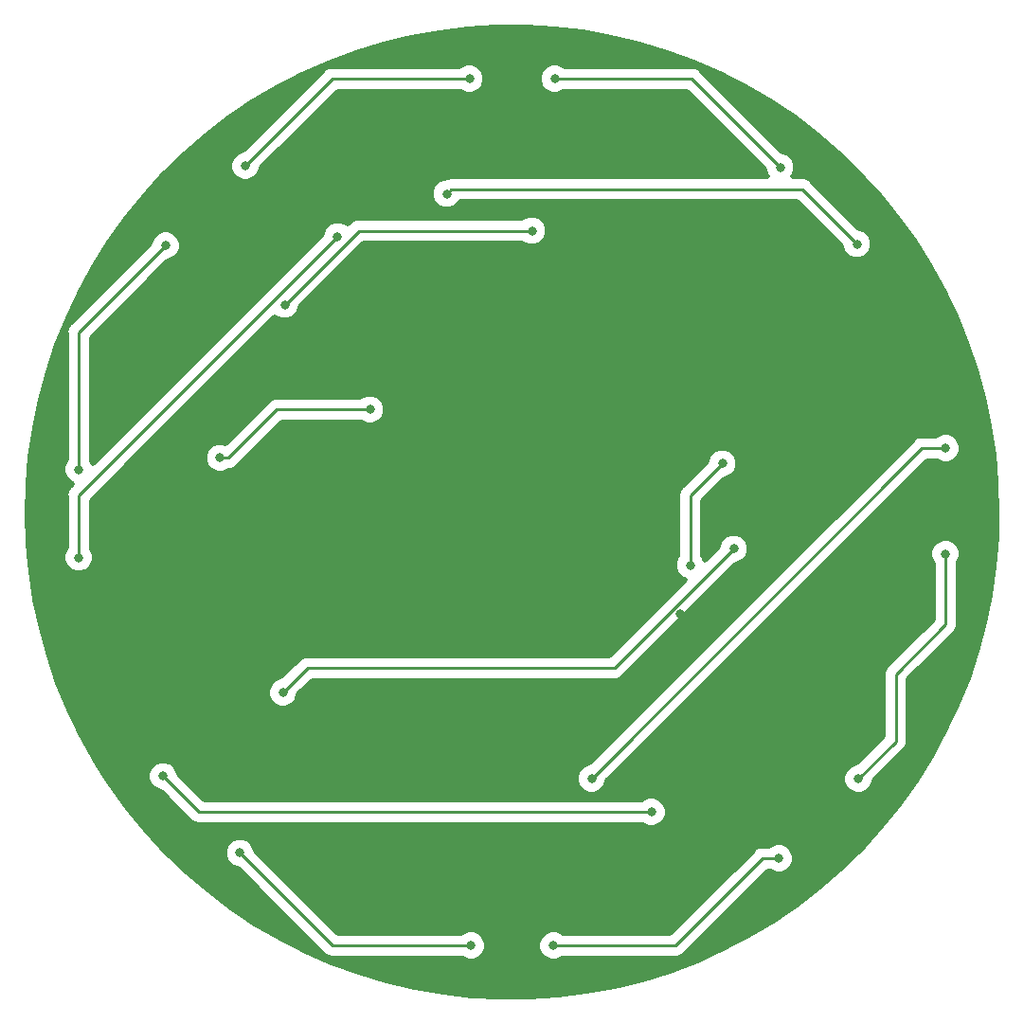
<source format=gbl>
G04 #@! TF.GenerationSoftware,KiCad,Pcbnew,(5.0.0)*
G04 #@! TF.CreationDate,2019-01-27T21:53:57-08:00*
G04 #@! TF.ProjectId,Lannister_coaster,4C616E6E69737465725F636F61737465,rev?*
G04 #@! TF.SameCoordinates,Original*
G04 #@! TF.FileFunction,Copper,L2,Bot,Signal*
G04 #@! TF.FilePolarity,Positive*
%FSLAX46Y46*%
G04 Gerber Fmt 4.6, Leading zero omitted, Abs format (unit mm)*
G04 Created by KiCad (PCBNEW (5.0.0)) date 01/27/19 21:53:57*
%MOMM*%
%LPD*%
G01*
G04 APERTURE LIST*
G04 #@! TA.AperFunction,ViaPad*
%ADD10C,0.800000*%
G04 #@! TD*
G04 #@! TA.AperFunction,Conductor*
%ADD11C,0.250000*%
G04 #@! TD*
G04 #@! TA.AperFunction,Conductor*
%ADD12C,0.508000*%
G04 #@! TD*
G04 APERTURE END LIST*
D10*
G04 #@! TO.N,GND*
X125958600Y-123977400D03*
X116332000Y-88773000D03*
X118186200Y-105841800D03*
X114477800Y-99974400D03*
X147396200Y-127558800D03*
X154754153Y-117009753D03*
X158369000Y-128752600D03*
X122605800Y-116001800D03*
X167030400Y-104038400D03*
G04 #@! TO.N,Net-(C4-Pad1)*
X113614200Y-103098600D03*
X127000000Y-98780600D03*
G04 #@! TO.N,Net-(D6-Pad2)*
X136017027Y-146685000D03*
X115378264Y-138416068D03*
G04 #@! TO.N,Net-(C3-Pad1)*
X155625800Y-112699800D03*
X158496000Y-103606600D03*
G04 #@! TO.N,Net-(C1-Pad1)*
X133858000Y-79502000D03*
X170522899Y-83985100D03*
G04 #@! TO.N,Net-(D7-Pad2)*
X143382973Y-146685000D03*
X163537918Y-138899928D03*
G04 #@! TO.N,+24V*
X159512000Y-111226600D03*
X119227600Y-124079000D03*
G04 #@! TO.N,Net-(D9-Pad2)*
X141478000Y-82804000D03*
X119380000Y-89408000D03*
G04 #@! TO.N,Net-(D4-Pad1)*
X108750100Y-84112100D03*
X100965000Y-104140000D03*
G04 #@! TO.N,Net-(D1-Pad1)*
X178435000Y-111706500D03*
X170649918Y-131787908D03*
G04 #@! TO.N,Net-(D2-Pad1)*
X163664901Y-77127100D03*
X143510021Y-69215000D03*
G04 #@! TO.N,Net-(D3-Pad1)*
X115862100Y-77000100D03*
X135889979Y-69214994D03*
G04 #@! TO.N,Net-(C8-Pad1)*
X178435000Y-102235000D03*
X146812000Y-131775200D03*
G04 #@! TO.N,Net-(C1-Pad2)*
X100964996Y-112013996D03*
X124113000Y-83312000D03*
G04 #@! TO.N,Net-(C8-Pad2)*
X152170000Y-134747000D03*
X108508800Y-131546600D03*
G04 #@! TD*
D11*
G04 #@! TO.N,GND*
X157969001Y-128352601D02*
X157969001Y-125431601D01*
X158369000Y-128752600D02*
X157969001Y-128352601D01*
G04 #@! TO.N,Net-(C4-Pad1)*
X114364200Y-103098600D02*
X118682200Y-98780600D01*
X113614200Y-103098600D02*
X114364200Y-103098600D01*
X118682200Y-98780600D02*
X127000000Y-98780600D01*
G04 #@! TO.N,Net-(D6-Pad2)*
X123647196Y-146685000D02*
X115378264Y-138416068D01*
X136017027Y-146685000D02*
X123647196Y-146685000D01*
G04 #@! TO.N,Net-(C3-Pad1)*
X155625800Y-112699800D02*
X155625800Y-106476800D01*
X155625800Y-106476800D02*
X158096001Y-104006599D01*
X158096001Y-104006599D02*
X158496000Y-103606600D01*
G04 #@! TO.N,Net-(C1-Pad1)*
X170122900Y-83585101D02*
X170522899Y-83985100D01*
X165639800Y-79102001D02*
X170122900Y-83585101D01*
X134257999Y-79102001D02*
X165639800Y-79102001D01*
X133858000Y-79502000D02*
X134257999Y-79102001D01*
G04 #@! TO.N,Net-(D7-Pad2)*
X154178000Y-146685000D02*
X143382973Y-146685000D01*
X154305000Y-146685000D02*
X154178000Y-146685000D01*
X163537918Y-138899928D02*
X162090072Y-138899928D01*
X162090072Y-138899928D02*
X154305000Y-146685000D01*
G04 #@! TO.N,+24V*
X121412000Y-121894600D02*
X119227600Y-124079000D01*
X159512000Y-111226600D02*
X148844000Y-121894600D01*
X148844000Y-121894600D02*
X121412000Y-121894600D01*
G04 #@! TO.N,Net-(D9-Pad2)*
X141478000Y-82804000D02*
X125984000Y-82804000D01*
X125984000Y-82804000D02*
X119380000Y-89408000D01*
G04 #@! TO.N,Net-(D4-Pad1)*
X100965000Y-91897200D02*
X108750100Y-84112100D01*
X100965000Y-104140000D02*
X100965000Y-91897200D01*
G04 #@! TO.N,Net-(D1-Pad1)*
X173990000Y-128447826D02*
X170649918Y-131787908D01*
X173990000Y-122428000D02*
X173990000Y-128447826D01*
X178435000Y-111706500D02*
X178435000Y-117983000D01*
X178435000Y-117983000D02*
X173990000Y-122428000D01*
G04 #@! TO.N,Net-(D2-Pad1)*
X155752801Y-69215000D02*
X163664901Y-77127100D01*
X143510021Y-69215000D02*
X155752801Y-69215000D01*
G04 #@! TO.N,Net-(D3-Pad1)*
X123647206Y-69214994D02*
X135889979Y-69214994D01*
X115862100Y-77000100D02*
X123647206Y-69214994D01*
G04 #@! TO.N,Net-(C8-Pad1)*
X178435000Y-102235000D02*
X176352200Y-102235000D01*
X176352200Y-102235000D02*
X146812000Y-131775200D01*
G04 #@! TO.N,Net-(C1-Pad2)*
X100964996Y-106460004D02*
X124113000Y-83312000D01*
X100964996Y-112013996D02*
X100964996Y-106460004D01*
G04 #@! TO.N,Net-(C8-Pad2)*
X111709200Y-134747000D02*
X152170000Y-134747000D01*
X108508800Y-131546600D02*
X111709200Y-134747000D01*
G04 #@! TD*
D12*
G04 #@! TO.N,GND*
G36*
X143476807Y-64780899D02*
X146030362Y-65080873D01*
X148561632Y-65531761D01*
X151061706Y-66131975D01*
X153521783Y-66879404D01*
X155933202Y-67771415D01*
X158287475Y-68804868D01*
X160576314Y-69976126D01*
X162791661Y-71281065D01*
X164925717Y-72715092D01*
X166970970Y-74273157D01*
X168920220Y-75949776D01*
X170766604Y-77739047D01*
X172503624Y-79634672D01*
X174125163Y-81629975D01*
X175625514Y-83717935D01*
X176999395Y-85891199D01*
X178241969Y-88142118D01*
X179348862Y-90462768D01*
X180316178Y-92844979D01*
X181140510Y-95280365D01*
X181818958Y-97760352D01*
X182349132Y-100276210D01*
X182729167Y-102819082D01*
X182957725Y-105380018D01*
X183034000Y-107950000D01*
X182974612Y-110217926D01*
X182763939Y-112780395D01*
X182401666Y-115325858D01*
X181889068Y-117845357D01*
X181227950Y-120330020D01*
X180420640Y-122771101D01*
X179469979Y-125160007D01*
X178379314Y-127488327D01*
X177152484Y-129747866D01*
X175793809Y-131930669D01*
X174308071Y-134029052D01*
X172700501Y-136035628D01*
X170976758Y-137943332D01*
X169142909Y-139745450D01*
X167205412Y-141435637D01*
X165171086Y-143007942D01*
X163047093Y-144456832D01*
X160840910Y-145777205D01*
X158560304Y-146964414D01*
X156213304Y-148014278D01*
X153808170Y-148923102D01*
X151353372Y-149687687D01*
X148857549Y-150305340D01*
X146329488Y-150773889D01*
X143778090Y-151091682D01*
X141212335Y-151257602D01*
X138641256Y-151271064D01*
X136073904Y-151132022D01*
X133519318Y-150840963D01*
X130986489Y-150398914D01*
X128484335Y-149807430D01*
X126021665Y-149068593D01*
X123607146Y-148185005D01*
X121249280Y-147159775D01*
X118956367Y-145996514D01*
X116736479Y-144699316D01*
X114597430Y-143272748D01*
X112546750Y-141721831D01*
X110591660Y-140052026D01*
X108739041Y-138269211D01*
X108614649Y-138134408D01*
X113962264Y-138134408D01*
X113962264Y-138697728D01*
X114177837Y-139218168D01*
X114576164Y-139616495D01*
X115096604Y-139832068D01*
X115180647Y-139832068D01*
X122760923Y-147412344D01*
X122824581Y-147507615D01*
X123202000Y-147759798D01*
X123647196Y-147848353D01*
X123759572Y-147826000D01*
X135155500Y-147826000D01*
X135214927Y-147885427D01*
X135735367Y-148101000D01*
X136298687Y-148101000D01*
X136819127Y-147885427D01*
X137217454Y-147487100D01*
X137433027Y-146966660D01*
X137433027Y-146403340D01*
X141966973Y-146403340D01*
X141966973Y-146966660D01*
X142182546Y-147487100D01*
X142580873Y-147885427D01*
X143101313Y-148101000D01*
X143664633Y-148101000D01*
X144185073Y-147885427D01*
X144244500Y-147826000D01*
X154192624Y-147826000D01*
X154305000Y-147848353D01*
X154417376Y-147826000D01*
X154750196Y-147759798D01*
X155127615Y-147507615D01*
X155191273Y-147412344D01*
X162562690Y-140040928D01*
X162676391Y-140040928D01*
X162735818Y-140100355D01*
X163256258Y-140315928D01*
X163819578Y-140315928D01*
X164340018Y-140100355D01*
X164738345Y-139702028D01*
X164953918Y-139181588D01*
X164953918Y-138618268D01*
X164738345Y-138097828D01*
X164340018Y-137699501D01*
X163819578Y-137483928D01*
X163256258Y-137483928D01*
X162735818Y-137699501D01*
X162676391Y-137758928D01*
X162202446Y-137758928D01*
X162090071Y-137736575D01*
X161977696Y-137758928D01*
X161644876Y-137825130D01*
X161267457Y-138077313D01*
X161203801Y-138172581D01*
X153832383Y-145544000D01*
X144244500Y-145544000D01*
X144185073Y-145484573D01*
X143664633Y-145269000D01*
X143101313Y-145269000D01*
X142580873Y-145484573D01*
X142182546Y-145882900D01*
X141966973Y-146403340D01*
X137433027Y-146403340D01*
X137217454Y-145882900D01*
X136819127Y-145484573D01*
X136298687Y-145269000D01*
X135735367Y-145269000D01*
X135214927Y-145484573D01*
X135155500Y-145544000D01*
X124119813Y-145544000D01*
X116794264Y-138218451D01*
X116794264Y-138134408D01*
X116578691Y-137613968D01*
X116180364Y-137215641D01*
X115659924Y-137000068D01*
X115096604Y-137000068D01*
X114576164Y-137215641D01*
X114177837Y-137613968D01*
X113962264Y-138134408D01*
X108614649Y-138134408D01*
X106995415Y-136379662D01*
X105366921Y-134390031D01*
X103859290Y-132307321D01*
X103195221Y-131264940D01*
X107092800Y-131264940D01*
X107092800Y-131828260D01*
X107308373Y-132348700D01*
X107706700Y-132747027D01*
X108227140Y-132962600D01*
X108311183Y-132962600D01*
X110822929Y-135474347D01*
X110886585Y-135569615D01*
X110981852Y-135633270D01*
X111264004Y-135821798D01*
X111709199Y-135910353D01*
X111821575Y-135888000D01*
X151308473Y-135888000D01*
X151367900Y-135947427D01*
X151888340Y-136163000D01*
X152451660Y-136163000D01*
X152972100Y-135947427D01*
X153370427Y-135549100D01*
X153586000Y-135028660D01*
X153586000Y-134465340D01*
X153370427Y-133944900D01*
X152972100Y-133546573D01*
X152451660Y-133331000D01*
X151888340Y-133331000D01*
X151367900Y-133546573D01*
X151308473Y-133606000D01*
X112181818Y-133606000D01*
X110069358Y-131493540D01*
X145396000Y-131493540D01*
X145396000Y-132056860D01*
X145611573Y-132577300D01*
X146009900Y-132975627D01*
X146530340Y-133191200D01*
X147093660Y-133191200D01*
X147614100Y-132975627D01*
X148012427Y-132577300D01*
X148228000Y-132056860D01*
X148228000Y-131972817D01*
X148694569Y-131506248D01*
X169233918Y-131506248D01*
X169233918Y-132069568D01*
X169449491Y-132590008D01*
X169847818Y-132988335D01*
X170368258Y-133203908D01*
X170931578Y-133203908D01*
X171452018Y-132988335D01*
X171850345Y-132590008D01*
X172065918Y-132069568D01*
X172065918Y-131985525D01*
X174717347Y-129334097D01*
X174812615Y-129270441D01*
X175064798Y-128893022D01*
X175131000Y-128560202D01*
X175153353Y-128447827D01*
X175131000Y-128335452D01*
X175131000Y-122900617D01*
X179162347Y-118869271D01*
X179257615Y-118805615D01*
X179509798Y-118428196D01*
X179576000Y-118095376D01*
X179598353Y-117983001D01*
X179576000Y-117870626D01*
X179576000Y-112568027D01*
X179635427Y-112508600D01*
X179851000Y-111988160D01*
X179851000Y-111424840D01*
X179635427Y-110904400D01*
X179237100Y-110506073D01*
X178716660Y-110290500D01*
X178153340Y-110290500D01*
X177632900Y-110506073D01*
X177234573Y-110904400D01*
X177019000Y-111424840D01*
X177019000Y-111988160D01*
X177234573Y-112508600D01*
X177294000Y-112568027D01*
X177294001Y-117510381D01*
X173262656Y-121541727D01*
X173167385Y-121605385D01*
X172974138Y-121894601D01*
X172915202Y-121982805D01*
X172826647Y-122428000D01*
X172849000Y-122540376D01*
X172849001Y-127975207D01*
X170452301Y-130371908D01*
X170368258Y-130371908D01*
X169847818Y-130587481D01*
X169449491Y-130985808D01*
X169233918Y-131506248D01*
X148694569Y-131506248D01*
X176824818Y-103376000D01*
X177573473Y-103376000D01*
X177632900Y-103435427D01*
X178153340Y-103651000D01*
X178716660Y-103651000D01*
X179237100Y-103435427D01*
X179635427Y-103037100D01*
X179851000Y-102516660D01*
X179851000Y-101953340D01*
X179635427Y-101432900D01*
X179237100Y-101034573D01*
X178716660Y-100819000D01*
X178153340Y-100819000D01*
X177632900Y-101034573D01*
X177573473Y-101094000D01*
X176464570Y-101094000D01*
X176352199Y-101071648D01*
X176239828Y-101094000D01*
X176239824Y-101094000D01*
X175907004Y-101160202D01*
X175529585Y-101412385D01*
X175465929Y-101507653D01*
X146614383Y-130359200D01*
X146530340Y-130359200D01*
X146009900Y-130574773D01*
X145611573Y-130973100D01*
X145396000Y-131493540D01*
X110069358Y-131493540D01*
X109924800Y-131348983D01*
X109924800Y-131264940D01*
X109709227Y-130744500D01*
X109310900Y-130346173D01*
X108790460Y-130130600D01*
X108227140Y-130130600D01*
X107706700Y-130346173D01*
X107308373Y-130744500D01*
X107092800Y-131264940D01*
X103195221Y-131264940D01*
X102477832Y-130138866D01*
X101227408Y-127892297D01*
X100112421Y-125575526D01*
X99383134Y-123797340D01*
X117811600Y-123797340D01*
X117811600Y-124360660D01*
X118027173Y-124881100D01*
X118425500Y-125279427D01*
X118945940Y-125495000D01*
X119509260Y-125495000D01*
X120029700Y-125279427D01*
X120428027Y-124881100D01*
X120643600Y-124360660D01*
X120643600Y-124276617D01*
X121884618Y-123035600D01*
X148731624Y-123035600D01*
X148844000Y-123057953D01*
X148956376Y-123035600D01*
X149289196Y-122969398D01*
X149666615Y-122717215D01*
X149730273Y-122621944D01*
X159709618Y-112642600D01*
X159793660Y-112642600D01*
X160314100Y-112427027D01*
X160712427Y-112028700D01*
X160928000Y-111508260D01*
X160928000Y-110944940D01*
X160712427Y-110424500D01*
X160314100Y-110026173D01*
X159793660Y-109810600D01*
X159230340Y-109810600D01*
X158709900Y-110026173D01*
X158311573Y-110424500D01*
X158096000Y-110944940D01*
X158096000Y-111028982D01*
X156943693Y-112181289D01*
X156826227Y-111897700D01*
X156766800Y-111838273D01*
X156766800Y-106949417D01*
X158693617Y-105022600D01*
X158777660Y-105022600D01*
X159298100Y-104807027D01*
X159696427Y-104408700D01*
X159912000Y-103888260D01*
X159912000Y-103324940D01*
X159696427Y-102804500D01*
X159298100Y-102406173D01*
X158777660Y-102190600D01*
X158214340Y-102190600D01*
X157693900Y-102406173D01*
X157295573Y-102804500D01*
X157080000Y-103324940D01*
X157080000Y-103408983D01*
X154898454Y-105590529D01*
X154803186Y-105654185D01*
X154739530Y-105749453D01*
X154551002Y-106031605D01*
X154462447Y-106476800D01*
X154484801Y-106589181D01*
X154484800Y-111838273D01*
X154425373Y-111897700D01*
X154209800Y-112418140D01*
X154209800Y-112981460D01*
X154425373Y-113501900D01*
X154823700Y-113900227D01*
X155107289Y-114017693D01*
X148371383Y-120753600D01*
X121524374Y-120753600D01*
X121411999Y-120731247D01*
X121299624Y-120753600D01*
X120966804Y-120819802D01*
X120589385Y-121071985D01*
X120525729Y-121167253D01*
X119029983Y-122663000D01*
X118945940Y-122663000D01*
X118425500Y-122878573D01*
X118027173Y-123276900D01*
X117811600Y-123797340D01*
X99383134Y-123797340D01*
X99136796Y-123196706D01*
X98303967Y-120764213D01*
X97616867Y-118286609D01*
X97077914Y-115772617D01*
X96689005Y-113231086D01*
X96549971Y-111732336D01*
X99548996Y-111732336D01*
X99548996Y-112295656D01*
X99764569Y-112816096D01*
X100162896Y-113214423D01*
X100683336Y-113429996D01*
X101246656Y-113429996D01*
X101767096Y-113214423D01*
X102165423Y-112816096D01*
X102380996Y-112295656D01*
X102380996Y-111732336D01*
X102165423Y-111211896D01*
X102105996Y-111152469D01*
X102105996Y-106932621D01*
X106221677Y-102816940D01*
X112198200Y-102816940D01*
X112198200Y-103380260D01*
X112413773Y-103900700D01*
X112812100Y-104299027D01*
X113332540Y-104514600D01*
X113895860Y-104514600D01*
X114416300Y-104299027D01*
X114475516Y-104239811D01*
X114476576Y-104239600D01*
X114809396Y-104173398D01*
X115186815Y-103921215D01*
X115250473Y-103825944D01*
X119154818Y-99921600D01*
X126138473Y-99921600D01*
X126197900Y-99981027D01*
X126718340Y-100196600D01*
X127281660Y-100196600D01*
X127802100Y-99981027D01*
X128200427Y-99582700D01*
X128416000Y-99062260D01*
X128416000Y-98498940D01*
X128200427Y-97978500D01*
X127802100Y-97580173D01*
X127281660Y-97364600D01*
X126718340Y-97364600D01*
X126197900Y-97580173D01*
X126138473Y-97639600D01*
X118794574Y-97639600D01*
X118682199Y-97617247D01*
X118569824Y-97639600D01*
X118237004Y-97705802D01*
X117859585Y-97957985D01*
X117795929Y-98053253D01*
X114087290Y-101761893D01*
X113895860Y-101682600D01*
X113332540Y-101682600D01*
X112812100Y-101898173D01*
X112413773Y-102296500D01*
X112198200Y-102816940D01*
X106221677Y-102816940D01*
X118504045Y-90534572D01*
X118577900Y-90608427D01*
X119098340Y-90824000D01*
X119661660Y-90824000D01*
X120182100Y-90608427D01*
X120580427Y-90210100D01*
X120796000Y-89689660D01*
X120796000Y-89605617D01*
X126456618Y-83945000D01*
X140616473Y-83945000D01*
X140675900Y-84004427D01*
X141196340Y-84220000D01*
X141759660Y-84220000D01*
X142280100Y-84004427D01*
X142678427Y-83606100D01*
X142894000Y-83085660D01*
X142894000Y-82522340D01*
X142678427Y-82001900D01*
X142280100Y-81603573D01*
X141759660Y-81388000D01*
X141196340Y-81388000D01*
X140675900Y-81603573D01*
X140616473Y-81663000D01*
X126096374Y-81663000D01*
X125983999Y-81640647D01*
X125871624Y-81663000D01*
X125538804Y-81729202D01*
X125161385Y-81981385D01*
X125097729Y-82076653D01*
X124988955Y-82185428D01*
X124915100Y-82111573D01*
X124394660Y-81896000D01*
X123831340Y-81896000D01*
X123310900Y-82111573D01*
X122912573Y-82509900D01*
X122697000Y-83030340D01*
X122697000Y-83114382D01*
X102255654Y-103555729D01*
X102165427Y-103337900D01*
X102106000Y-103278473D01*
X102106000Y-92369817D01*
X108947718Y-85528100D01*
X109031760Y-85528100D01*
X109552200Y-85312527D01*
X109950527Y-84914200D01*
X110166100Y-84393760D01*
X110166100Y-83830440D01*
X109950527Y-83310000D01*
X109552200Y-82911673D01*
X109031760Y-82696100D01*
X108468440Y-82696100D01*
X107948000Y-82911673D01*
X107549673Y-83310000D01*
X107334100Y-83830440D01*
X107334100Y-83914482D01*
X100237654Y-91010929D01*
X100142386Y-91074585D01*
X100078730Y-91169853D01*
X99890202Y-91452005D01*
X99801647Y-91897200D01*
X99824001Y-92009581D01*
X99824000Y-103278473D01*
X99764573Y-103337900D01*
X99549000Y-103858340D01*
X99549000Y-104421660D01*
X99764573Y-104942100D01*
X100162900Y-105340427D01*
X100380729Y-105430654D01*
X100237650Y-105573733D01*
X100142382Y-105637389D01*
X100078726Y-105732657D01*
X99890198Y-106014809D01*
X99801643Y-106460004D01*
X99823997Y-106572385D01*
X99823996Y-111152469D01*
X99764569Y-111211896D01*
X99548996Y-111732336D01*
X96549971Y-111732336D01*
X96451510Y-110670964D01*
X96366264Y-108101264D01*
X96433568Y-105531031D01*
X96653185Y-102969314D01*
X97024341Y-100425130D01*
X97545730Y-97907436D01*
X98215517Y-95425096D01*
X99031343Y-92986848D01*
X99990337Y-90601275D01*
X101089123Y-88276776D01*
X102323833Y-86021533D01*
X103690119Y-83843486D01*
X105183173Y-81750302D01*
X106797737Y-79749350D01*
X107279099Y-79220340D01*
X132442000Y-79220340D01*
X132442000Y-79783660D01*
X132657573Y-80304100D01*
X133055900Y-80702427D01*
X133576340Y-80918000D01*
X134139660Y-80918000D01*
X134660100Y-80702427D01*
X135058427Y-80304100D01*
X135083735Y-80243001D01*
X165167183Y-80243001D01*
X169106899Y-84182717D01*
X169106899Y-84266760D01*
X169322472Y-84787200D01*
X169720799Y-85185527D01*
X170241239Y-85401100D01*
X170804559Y-85401100D01*
X171324999Y-85185527D01*
X171723326Y-84787200D01*
X171938899Y-84266760D01*
X171938899Y-83703440D01*
X171723326Y-83183000D01*
X171324999Y-82784673D01*
X170804559Y-82569100D01*
X170720516Y-82569100D01*
X166526073Y-78374657D01*
X166462415Y-78279386D01*
X166084996Y-78027203D01*
X165752176Y-77961001D01*
X165639800Y-77938648D01*
X165527424Y-77961001D01*
X164833527Y-77961001D01*
X164865328Y-77929200D01*
X165080901Y-77408760D01*
X165080901Y-76845440D01*
X164865328Y-76325000D01*
X164467001Y-75926673D01*
X163946561Y-75711100D01*
X163862519Y-75711100D01*
X156639074Y-68487656D01*
X156575416Y-68392385D01*
X156197997Y-68140202D01*
X155865177Y-68074000D01*
X155752801Y-68051647D01*
X155640425Y-68074000D01*
X144371548Y-68074000D01*
X144312121Y-68014573D01*
X143791681Y-67799000D01*
X143228361Y-67799000D01*
X142707921Y-68014573D01*
X142309594Y-68412900D01*
X142094021Y-68933340D01*
X142094021Y-69496660D01*
X142309594Y-70017100D01*
X142707921Y-70415427D01*
X143228361Y-70631000D01*
X143791681Y-70631000D01*
X144312121Y-70415427D01*
X144371548Y-70356000D01*
X155280184Y-70356000D01*
X162248901Y-77324718D01*
X162248901Y-77408760D01*
X162464474Y-77929200D01*
X162496275Y-77961001D01*
X134370374Y-77961001D01*
X134257998Y-77938648D01*
X134020487Y-77985892D01*
X133812803Y-78027203D01*
X133724807Y-78086000D01*
X133576340Y-78086000D01*
X133055900Y-78301573D01*
X132657573Y-78699900D01*
X132442000Y-79220340D01*
X107279099Y-79220340D01*
X108528129Y-77847674D01*
X109685298Y-76718440D01*
X114446100Y-76718440D01*
X114446100Y-77281760D01*
X114661673Y-77802200D01*
X115060000Y-78200527D01*
X115580440Y-78416100D01*
X116143760Y-78416100D01*
X116664200Y-78200527D01*
X117062527Y-77802200D01*
X117278100Y-77281760D01*
X117278100Y-77197717D01*
X124119824Y-70355994D01*
X135028452Y-70355994D01*
X135087879Y-70415421D01*
X135608319Y-70630994D01*
X136171639Y-70630994D01*
X136692079Y-70415421D01*
X137090406Y-70017094D01*
X137305979Y-69496654D01*
X137305979Y-68933334D01*
X137090406Y-68412894D01*
X136692079Y-68014567D01*
X136171639Y-67798994D01*
X135608319Y-67798994D01*
X135087879Y-68014567D01*
X135028452Y-68073994D01*
X123759576Y-68073994D01*
X123647205Y-68051642D01*
X123534834Y-68073994D01*
X123534830Y-68073994D01*
X123202010Y-68140196D01*
X122824591Y-68392379D01*
X122760935Y-68487647D01*
X115664483Y-75584100D01*
X115580440Y-75584100D01*
X115060000Y-75799673D01*
X114661673Y-76198000D01*
X114446100Y-76718440D01*
X109685298Y-76718440D01*
X110368257Y-76051969D01*
X112311642Y-74368556D01*
X114351444Y-72803360D01*
X116480482Y-71361894D01*
X118691260Y-70049230D01*
X120975996Y-68869989D01*
X123326647Y-67828324D01*
X125734938Y-66927901D01*
X128192391Y-66171890D01*
X130690355Y-65562952D01*
X133220035Y-65103231D01*
X135772528Y-64794345D01*
X138338846Y-64637383D01*
X140909956Y-64632895D01*
X143476807Y-64780899D01*
X143476807Y-64780899D01*
G37*
X143476807Y-64780899D02*
X146030362Y-65080873D01*
X148561632Y-65531761D01*
X151061706Y-66131975D01*
X153521783Y-66879404D01*
X155933202Y-67771415D01*
X158287475Y-68804868D01*
X160576314Y-69976126D01*
X162791661Y-71281065D01*
X164925717Y-72715092D01*
X166970970Y-74273157D01*
X168920220Y-75949776D01*
X170766604Y-77739047D01*
X172503624Y-79634672D01*
X174125163Y-81629975D01*
X175625514Y-83717935D01*
X176999395Y-85891199D01*
X178241969Y-88142118D01*
X179348862Y-90462768D01*
X180316178Y-92844979D01*
X181140510Y-95280365D01*
X181818958Y-97760352D01*
X182349132Y-100276210D01*
X182729167Y-102819082D01*
X182957725Y-105380018D01*
X183034000Y-107950000D01*
X182974612Y-110217926D01*
X182763939Y-112780395D01*
X182401666Y-115325858D01*
X181889068Y-117845357D01*
X181227950Y-120330020D01*
X180420640Y-122771101D01*
X179469979Y-125160007D01*
X178379314Y-127488327D01*
X177152484Y-129747866D01*
X175793809Y-131930669D01*
X174308071Y-134029052D01*
X172700501Y-136035628D01*
X170976758Y-137943332D01*
X169142909Y-139745450D01*
X167205412Y-141435637D01*
X165171086Y-143007942D01*
X163047093Y-144456832D01*
X160840910Y-145777205D01*
X158560304Y-146964414D01*
X156213304Y-148014278D01*
X153808170Y-148923102D01*
X151353372Y-149687687D01*
X148857549Y-150305340D01*
X146329488Y-150773889D01*
X143778090Y-151091682D01*
X141212335Y-151257602D01*
X138641256Y-151271064D01*
X136073904Y-151132022D01*
X133519318Y-150840963D01*
X130986489Y-150398914D01*
X128484335Y-149807430D01*
X126021665Y-149068593D01*
X123607146Y-148185005D01*
X121249280Y-147159775D01*
X118956367Y-145996514D01*
X116736479Y-144699316D01*
X114597430Y-143272748D01*
X112546750Y-141721831D01*
X110591660Y-140052026D01*
X108739041Y-138269211D01*
X108614649Y-138134408D01*
X113962264Y-138134408D01*
X113962264Y-138697728D01*
X114177837Y-139218168D01*
X114576164Y-139616495D01*
X115096604Y-139832068D01*
X115180647Y-139832068D01*
X122760923Y-147412344D01*
X122824581Y-147507615D01*
X123202000Y-147759798D01*
X123647196Y-147848353D01*
X123759572Y-147826000D01*
X135155500Y-147826000D01*
X135214927Y-147885427D01*
X135735367Y-148101000D01*
X136298687Y-148101000D01*
X136819127Y-147885427D01*
X137217454Y-147487100D01*
X137433027Y-146966660D01*
X137433027Y-146403340D01*
X141966973Y-146403340D01*
X141966973Y-146966660D01*
X142182546Y-147487100D01*
X142580873Y-147885427D01*
X143101313Y-148101000D01*
X143664633Y-148101000D01*
X144185073Y-147885427D01*
X144244500Y-147826000D01*
X154192624Y-147826000D01*
X154305000Y-147848353D01*
X154417376Y-147826000D01*
X154750196Y-147759798D01*
X155127615Y-147507615D01*
X155191273Y-147412344D01*
X162562690Y-140040928D01*
X162676391Y-140040928D01*
X162735818Y-140100355D01*
X163256258Y-140315928D01*
X163819578Y-140315928D01*
X164340018Y-140100355D01*
X164738345Y-139702028D01*
X164953918Y-139181588D01*
X164953918Y-138618268D01*
X164738345Y-138097828D01*
X164340018Y-137699501D01*
X163819578Y-137483928D01*
X163256258Y-137483928D01*
X162735818Y-137699501D01*
X162676391Y-137758928D01*
X162202446Y-137758928D01*
X162090071Y-137736575D01*
X161977696Y-137758928D01*
X161644876Y-137825130D01*
X161267457Y-138077313D01*
X161203801Y-138172581D01*
X153832383Y-145544000D01*
X144244500Y-145544000D01*
X144185073Y-145484573D01*
X143664633Y-145269000D01*
X143101313Y-145269000D01*
X142580873Y-145484573D01*
X142182546Y-145882900D01*
X141966973Y-146403340D01*
X137433027Y-146403340D01*
X137217454Y-145882900D01*
X136819127Y-145484573D01*
X136298687Y-145269000D01*
X135735367Y-145269000D01*
X135214927Y-145484573D01*
X135155500Y-145544000D01*
X124119813Y-145544000D01*
X116794264Y-138218451D01*
X116794264Y-138134408D01*
X116578691Y-137613968D01*
X116180364Y-137215641D01*
X115659924Y-137000068D01*
X115096604Y-137000068D01*
X114576164Y-137215641D01*
X114177837Y-137613968D01*
X113962264Y-138134408D01*
X108614649Y-138134408D01*
X106995415Y-136379662D01*
X105366921Y-134390031D01*
X103859290Y-132307321D01*
X103195221Y-131264940D01*
X107092800Y-131264940D01*
X107092800Y-131828260D01*
X107308373Y-132348700D01*
X107706700Y-132747027D01*
X108227140Y-132962600D01*
X108311183Y-132962600D01*
X110822929Y-135474347D01*
X110886585Y-135569615D01*
X110981852Y-135633270D01*
X111264004Y-135821798D01*
X111709199Y-135910353D01*
X111821575Y-135888000D01*
X151308473Y-135888000D01*
X151367900Y-135947427D01*
X151888340Y-136163000D01*
X152451660Y-136163000D01*
X152972100Y-135947427D01*
X153370427Y-135549100D01*
X153586000Y-135028660D01*
X153586000Y-134465340D01*
X153370427Y-133944900D01*
X152972100Y-133546573D01*
X152451660Y-133331000D01*
X151888340Y-133331000D01*
X151367900Y-133546573D01*
X151308473Y-133606000D01*
X112181818Y-133606000D01*
X110069358Y-131493540D01*
X145396000Y-131493540D01*
X145396000Y-132056860D01*
X145611573Y-132577300D01*
X146009900Y-132975627D01*
X146530340Y-133191200D01*
X147093660Y-133191200D01*
X147614100Y-132975627D01*
X148012427Y-132577300D01*
X148228000Y-132056860D01*
X148228000Y-131972817D01*
X148694569Y-131506248D01*
X169233918Y-131506248D01*
X169233918Y-132069568D01*
X169449491Y-132590008D01*
X169847818Y-132988335D01*
X170368258Y-133203908D01*
X170931578Y-133203908D01*
X171452018Y-132988335D01*
X171850345Y-132590008D01*
X172065918Y-132069568D01*
X172065918Y-131985525D01*
X174717347Y-129334097D01*
X174812615Y-129270441D01*
X175064798Y-128893022D01*
X175131000Y-128560202D01*
X175153353Y-128447827D01*
X175131000Y-128335452D01*
X175131000Y-122900617D01*
X179162347Y-118869271D01*
X179257615Y-118805615D01*
X179509798Y-118428196D01*
X179576000Y-118095376D01*
X179598353Y-117983001D01*
X179576000Y-117870626D01*
X179576000Y-112568027D01*
X179635427Y-112508600D01*
X179851000Y-111988160D01*
X179851000Y-111424840D01*
X179635427Y-110904400D01*
X179237100Y-110506073D01*
X178716660Y-110290500D01*
X178153340Y-110290500D01*
X177632900Y-110506073D01*
X177234573Y-110904400D01*
X177019000Y-111424840D01*
X177019000Y-111988160D01*
X177234573Y-112508600D01*
X177294000Y-112568027D01*
X177294001Y-117510381D01*
X173262656Y-121541727D01*
X173167385Y-121605385D01*
X172974138Y-121894601D01*
X172915202Y-121982805D01*
X172826647Y-122428000D01*
X172849000Y-122540376D01*
X172849001Y-127975207D01*
X170452301Y-130371908D01*
X170368258Y-130371908D01*
X169847818Y-130587481D01*
X169449491Y-130985808D01*
X169233918Y-131506248D01*
X148694569Y-131506248D01*
X176824818Y-103376000D01*
X177573473Y-103376000D01*
X177632900Y-103435427D01*
X178153340Y-103651000D01*
X178716660Y-103651000D01*
X179237100Y-103435427D01*
X179635427Y-103037100D01*
X179851000Y-102516660D01*
X179851000Y-101953340D01*
X179635427Y-101432900D01*
X179237100Y-101034573D01*
X178716660Y-100819000D01*
X178153340Y-100819000D01*
X177632900Y-101034573D01*
X177573473Y-101094000D01*
X176464570Y-101094000D01*
X176352199Y-101071648D01*
X176239828Y-101094000D01*
X176239824Y-101094000D01*
X175907004Y-101160202D01*
X175529585Y-101412385D01*
X175465929Y-101507653D01*
X146614383Y-130359200D01*
X146530340Y-130359200D01*
X146009900Y-130574773D01*
X145611573Y-130973100D01*
X145396000Y-131493540D01*
X110069358Y-131493540D01*
X109924800Y-131348983D01*
X109924800Y-131264940D01*
X109709227Y-130744500D01*
X109310900Y-130346173D01*
X108790460Y-130130600D01*
X108227140Y-130130600D01*
X107706700Y-130346173D01*
X107308373Y-130744500D01*
X107092800Y-131264940D01*
X103195221Y-131264940D01*
X102477832Y-130138866D01*
X101227408Y-127892297D01*
X100112421Y-125575526D01*
X99383134Y-123797340D01*
X117811600Y-123797340D01*
X117811600Y-124360660D01*
X118027173Y-124881100D01*
X118425500Y-125279427D01*
X118945940Y-125495000D01*
X119509260Y-125495000D01*
X120029700Y-125279427D01*
X120428027Y-124881100D01*
X120643600Y-124360660D01*
X120643600Y-124276617D01*
X121884618Y-123035600D01*
X148731624Y-123035600D01*
X148844000Y-123057953D01*
X148956376Y-123035600D01*
X149289196Y-122969398D01*
X149666615Y-122717215D01*
X149730273Y-122621944D01*
X159709618Y-112642600D01*
X159793660Y-112642600D01*
X160314100Y-112427027D01*
X160712427Y-112028700D01*
X160928000Y-111508260D01*
X160928000Y-110944940D01*
X160712427Y-110424500D01*
X160314100Y-110026173D01*
X159793660Y-109810600D01*
X159230340Y-109810600D01*
X158709900Y-110026173D01*
X158311573Y-110424500D01*
X158096000Y-110944940D01*
X158096000Y-111028982D01*
X156943693Y-112181289D01*
X156826227Y-111897700D01*
X156766800Y-111838273D01*
X156766800Y-106949417D01*
X158693617Y-105022600D01*
X158777660Y-105022600D01*
X159298100Y-104807027D01*
X159696427Y-104408700D01*
X159912000Y-103888260D01*
X159912000Y-103324940D01*
X159696427Y-102804500D01*
X159298100Y-102406173D01*
X158777660Y-102190600D01*
X158214340Y-102190600D01*
X157693900Y-102406173D01*
X157295573Y-102804500D01*
X157080000Y-103324940D01*
X157080000Y-103408983D01*
X154898454Y-105590529D01*
X154803186Y-105654185D01*
X154739530Y-105749453D01*
X154551002Y-106031605D01*
X154462447Y-106476800D01*
X154484801Y-106589181D01*
X154484800Y-111838273D01*
X154425373Y-111897700D01*
X154209800Y-112418140D01*
X154209800Y-112981460D01*
X154425373Y-113501900D01*
X154823700Y-113900227D01*
X155107289Y-114017693D01*
X148371383Y-120753600D01*
X121524374Y-120753600D01*
X121411999Y-120731247D01*
X121299624Y-120753600D01*
X120966804Y-120819802D01*
X120589385Y-121071985D01*
X120525729Y-121167253D01*
X119029983Y-122663000D01*
X118945940Y-122663000D01*
X118425500Y-122878573D01*
X118027173Y-123276900D01*
X117811600Y-123797340D01*
X99383134Y-123797340D01*
X99136796Y-123196706D01*
X98303967Y-120764213D01*
X97616867Y-118286609D01*
X97077914Y-115772617D01*
X96689005Y-113231086D01*
X96549971Y-111732336D01*
X99548996Y-111732336D01*
X99548996Y-112295656D01*
X99764569Y-112816096D01*
X100162896Y-113214423D01*
X100683336Y-113429996D01*
X101246656Y-113429996D01*
X101767096Y-113214423D01*
X102165423Y-112816096D01*
X102380996Y-112295656D01*
X102380996Y-111732336D01*
X102165423Y-111211896D01*
X102105996Y-111152469D01*
X102105996Y-106932621D01*
X106221677Y-102816940D01*
X112198200Y-102816940D01*
X112198200Y-103380260D01*
X112413773Y-103900700D01*
X112812100Y-104299027D01*
X113332540Y-104514600D01*
X113895860Y-104514600D01*
X114416300Y-104299027D01*
X114475516Y-104239811D01*
X114476576Y-104239600D01*
X114809396Y-104173398D01*
X115186815Y-103921215D01*
X115250473Y-103825944D01*
X119154818Y-99921600D01*
X126138473Y-99921600D01*
X126197900Y-99981027D01*
X126718340Y-100196600D01*
X127281660Y-100196600D01*
X127802100Y-99981027D01*
X128200427Y-99582700D01*
X128416000Y-99062260D01*
X128416000Y-98498940D01*
X128200427Y-97978500D01*
X127802100Y-97580173D01*
X127281660Y-97364600D01*
X126718340Y-97364600D01*
X126197900Y-97580173D01*
X126138473Y-97639600D01*
X118794574Y-97639600D01*
X118682199Y-97617247D01*
X118569824Y-97639600D01*
X118237004Y-97705802D01*
X117859585Y-97957985D01*
X117795929Y-98053253D01*
X114087290Y-101761893D01*
X113895860Y-101682600D01*
X113332540Y-101682600D01*
X112812100Y-101898173D01*
X112413773Y-102296500D01*
X112198200Y-102816940D01*
X106221677Y-102816940D01*
X118504045Y-90534572D01*
X118577900Y-90608427D01*
X119098340Y-90824000D01*
X119661660Y-90824000D01*
X120182100Y-90608427D01*
X120580427Y-90210100D01*
X120796000Y-89689660D01*
X120796000Y-89605617D01*
X126456618Y-83945000D01*
X140616473Y-83945000D01*
X140675900Y-84004427D01*
X141196340Y-84220000D01*
X141759660Y-84220000D01*
X142280100Y-84004427D01*
X142678427Y-83606100D01*
X142894000Y-83085660D01*
X142894000Y-82522340D01*
X142678427Y-82001900D01*
X142280100Y-81603573D01*
X141759660Y-81388000D01*
X141196340Y-81388000D01*
X140675900Y-81603573D01*
X140616473Y-81663000D01*
X126096374Y-81663000D01*
X125983999Y-81640647D01*
X125871624Y-81663000D01*
X125538804Y-81729202D01*
X125161385Y-81981385D01*
X125097729Y-82076653D01*
X124988955Y-82185428D01*
X124915100Y-82111573D01*
X124394660Y-81896000D01*
X123831340Y-81896000D01*
X123310900Y-82111573D01*
X122912573Y-82509900D01*
X122697000Y-83030340D01*
X122697000Y-83114382D01*
X102255654Y-103555729D01*
X102165427Y-103337900D01*
X102106000Y-103278473D01*
X102106000Y-92369817D01*
X108947718Y-85528100D01*
X109031760Y-85528100D01*
X109552200Y-85312527D01*
X109950527Y-84914200D01*
X110166100Y-84393760D01*
X110166100Y-83830440D01*
X109950527Y-83310000D01*
X109552200Y-82911673D01*
X109031760Y-82696100D01*
X108468440Y-82696100D01*
X107948000Y-82911673D01*
X107549673Y-83310000D01*
X107334100Y-83830440D01*
X107334100Y-83914482D01*
X100237654Y-91010929D01*
X100142386Y-91074585D01*
X100078730Y-91169853D01*
X99890202Y-91452005D01*
X99801647Y-91897200D01*
X99824001Y-92009581D01*
X99824000Y-103278473D01*
X99764573Y-103337900D01*
X99549000Y-103858340D01*
X99549000Y-104421660D01*
X99764573Y-104942100D01*
X100162900Y-105340427D01*
X100380729Y-105430654D01*
X100237650Y-105573733D01*
X100142382Y-105637389D01*
X100078726Y-105732657D01*
X99890198Y-106014809D01*
X99801643Y-106460004D01*
X99823997Y-106572385D01*
X99823996Y-111152469D01*
X99764569Y-111211896D01*
X99548996Y-111732336D01*
X96549971Y-111732336D01*
X96451510Y-110670964D01*
X96366264Y-108101264D01*
X96433568Y-105531031D01*
X96653185Y-102969314D01*
X97024341Y-100425130D01*
X97545730Y-97907436D01*
X98215517Y-95425096D01*
X99031343Y-92986848D01*
X99990337Y-90601275D01*
X101089123Y-88276776D01*
X102323833Y-86021533D01*
X103690119Y-83843486D01*
X105183173Y-81750302D01*
X106797737Y-79749350D01*
X107279099Y-79220340D01*
X132442000Y-79220340D01*
X132442000Y-79783660D01*
X132657573Y-80304100D01*
X133055900Y-80702427D01*
X133576340Y-80918000D01*
X134139660Y-80918000D01*
X134660100Y-80702427D01*
X135058427Y-80304100D01*
X135083735Y-80243001D01*
X165167183Y-80243001D01*
X169106899Y-84182717D01*
X169106899Y-84266760D01*
X169322472Y-84787200D01*
X169720799Y-85185527D01*
X170241239Y-85401100D01*
X170804559Y-85401100D01*
X171324999Y-85185527D01*
X171723326Y-84787200D01*
X171938899Y-84266760D01*
X171938899Y-83703440D01*
X171723326Y-83183000D01*
X171324999Y-82784673D01*
X170804559Y-82569100D01*
X170720516Y-82569100D01*
X166526073Y-78374657D01*
X166462415Y-78279386D01*
X166084996Y-78027203D01*
X165752176Y-77961001D01*
X165639800Y-77938648D01*
X165527424Y-77961001D01*
X164833527Y-77961001D01*
X164865328Y-77929200D01*
X165080901Y-77408760D01*
X165080901Y-76845440D01*
X164865328Y-76325000D01*
X164467001Y-75926673D01*
X163946561Y-75711100D01*
X163862519Y-75711100D01*
X156639074Y-68487656D01*
X156575416Y-68392385D01*
X156197997Y-68140202D01*
X155865177Y-68074000D01*
X155752801Y-68051647D01*
X155640425Y-68074000D01*
X144371548Y-68074000D01*
X144312121Y-68014573D01*
X143791681Y-67799000D01*
X143228361Y-67799000D01*
X142707921Y-68014573D01*
X142309594Y-68412900D01*
X142094021Y-68933340D01*
X142094021Y-69496660D01*
X142309594Y-70017100D01*
X142707921Y-70415427D01*
X143228361Y-70631000D01*
X143791681Y-70631000D01*
X144312121Y-70415427D01*
X144371548Y-70356000D01*
X155280184Y-70356000D01*
X162248901Y-77324718D01*
X162248901Y-77408760D01*
X162464474Y-77929200D01*
X162496275Y-77961001D01*
X134370374Y-77961001D01*
X134257998Y-77938648D01*
X134020487Y-77985892D01*
X133812803Y-78027203D01*
X133724807Y-78086000D01*
X133576340Y-78086000D01*
X133055900Y-78301573D01*
X132657573Y-78699900D01*
X132442000Y-79220340D01*
X107279099Y-79220340D01*
X108528129Y-77847674D01*
X109685298Y-76718440D01*
X114446100Y-76718440D01*
X114446100Y-77281760D01*
X114661673Y-77802200D01*
X115060000Y-78200527D01*
X115580440Y-78416100D01*
X116143760Y-78416100D01*
X116664200Y-78200527D01*
X117062527Y-77802200D01*
X117278100Y-77281760D01*
X117278100Y-77197717D01*
X124119824Y-70355994D01*
X135028452Y-70355994D01*
X135087879Y-70415421D01*
X135608319Y-70630994D01*
X136171639Y-70630994D01*
X136692079Y-70415421D01*
X137090406Y-70017094D01*
X137305979Y-69496654D01*
X137305979Y-68933334D01*
X137090406Y-68412894D01*
X136692079Y-68014567D01*
X136171639Y-67798994D01*
X135608319Y-67798994D01*
X135087879Y-68014567D01*
X135028452Y-68073994D01*
X123759576Y-68073994D01*
X123647205Y-68051642D01*
X123534834Y-68073994D01*
X123534830Y-68073994D01*
X123202010Y-68140196D01*
X122824591Y-68392379D01*
X122760935Y-68487647D01*
X115664483Y-75584100D01*
X115580440Y-75584100D01*
X115060000Y-75799673D01*
X114661673Y-76198000D01*
X114446100Y-76718440D01*
X109685298Y-76718440D01*
X110368257Y-76051969D01*
X112311642Y-74368556D01*
X114351444Y-72803360D01*
X116480482Y-71361894D01*
X118691260Y-70049230D01*
X120975996Y-68869989D01*
X123326647Y-67828324D01*
X125734938Y-66927901D01*
X128192391Y-66171890D01*
X130690355Y-65562952D01*
X133220035Y-65103231D01*
X135772528Y-64794345D01*
X138338846Y-64637383D01*
X140909956Y-64632895D01*
X143476807Y-64780899D01*
G04 #@! TD*
M02*

</source>
